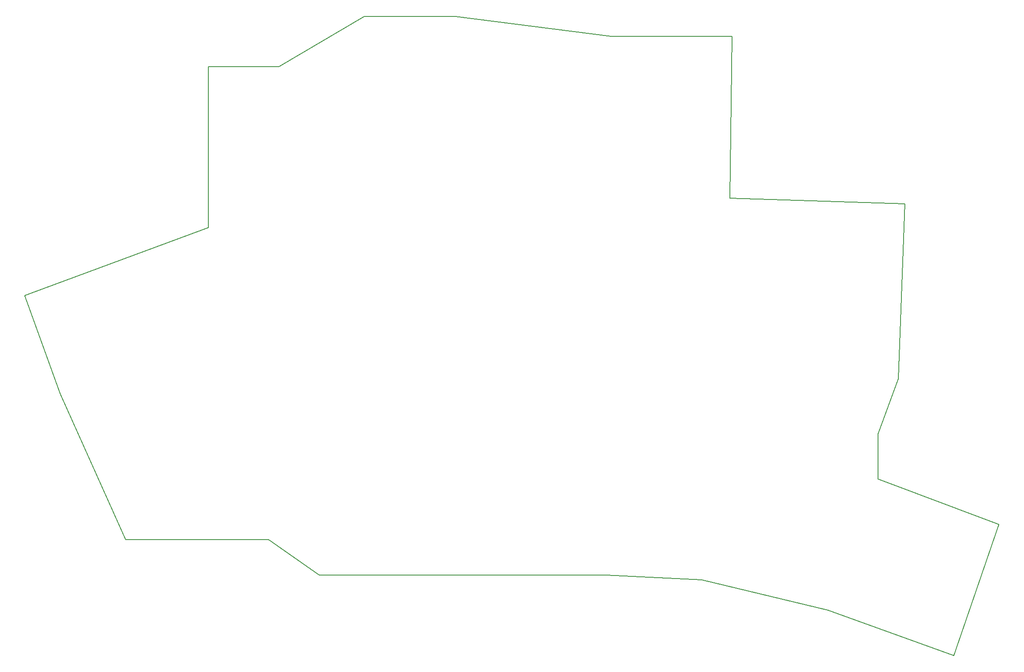
<source format=gbr>
%TF.GenerationSoftware,KiCad,Pcbnew,8.0.6*%
%TF.CreationDate,2025-01-06T03:54:34-07:00*%
%TF.ProjectId,left_circuit,6c656674-5f63-4697-9263-7569742e6b69,v1.0.0*%
%TF.SameCoordinates,Original*%
%TF.FileFunction,Profile,NP*%
%FSLAX46Y46*%
G04 Gerber Fmt 4.6, Leading zero omitted, Abs format (unit mm)*
G04 Created by KiCad (PCBNEW 8.0.6) date 2025-01-06 03:54:34*
%MOMM*%
%LPD*%
G01*
G04 APERTURE LIST*
%TA.AperFunction,Profile*%
%ADD10C,0.200000*%
%TD*%
G04 APERTURE END LIST*
D10*
X138506480Y-142321068D02*
X102672938Y-155561760D01*
X122373419Y-203386437D02*
X109571233Y-174827714D01*
X152303914Y-110817540D02*
X169036198Y-100975020D01*
X240918224Y-104912028D02*
X240499019Y-136513686D01*
X273398049Y-171870555D02*
X269461205Y-182696875D01*
X293084605Y-200409307D02*
X284215482Y-226031216D01*
X216286354Y-210276201D02*
X187743685Y-210276201D01*
X186761011Y-100975020D02*
X217272822Y-104912028D01*
X138506480Y-110817540D02*
X152303914Y-110817540D01*
X269461205Y-182696875D02*
X269461205Y-191533755D01*
X169036198Y-100975020D02*
X186761011Y-100975020D01*
X274700981Y-137626314D02*
X273398049Y-171870555D01*
X269461205Y-191533755D02*
X293084605Y-200409307D01*
X122373419Y-203386437D02*
X150334354Y-203386437D01*
X259587024Y-217164971D02*
X234984229Y-211260300D01*
X240499019Y-136513686D02*
X274700981Y-137626314D01*
X138506480Y-142321068D02*
X138506480Y-110817540D01*
X187743685Y-210276201D02*
X160176874Y-210276201D01*
X217272822Y-104912028D02*
X240918224Y-104912028D01*
X234984229Y-211260300D02*
X216286354Y-210276201D01*
X109571233Y-174827714D02*
X102672938Y-155561760D01*
X160176874Y-210276201D02*
X150334354Y-203386437D01*
X284215482Y-226031216D02*
X259587024Y-217164971D01*
M02*

</source>
